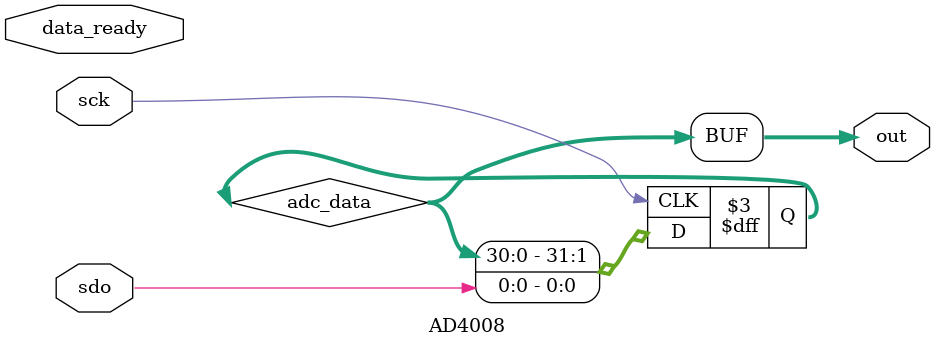
<source format=v>
module AD4008(
                input wire         sck,	            // sck signal to all the ADCs 
                input wire         sdo,             // AD4008 output  
                input wire         data_ready,          // latch ADC data for Torque Control Module to process
                output wire[31:0]   out             // ADC values captured from the  ADC
             );
//TODO: add SDI interface
reg[31:0] adc_data = 0; 

always @(negedge sck)
    adc_data <= {adc_data[30:0], sdo};


assign out = adc_data;

endmodule

</source>
